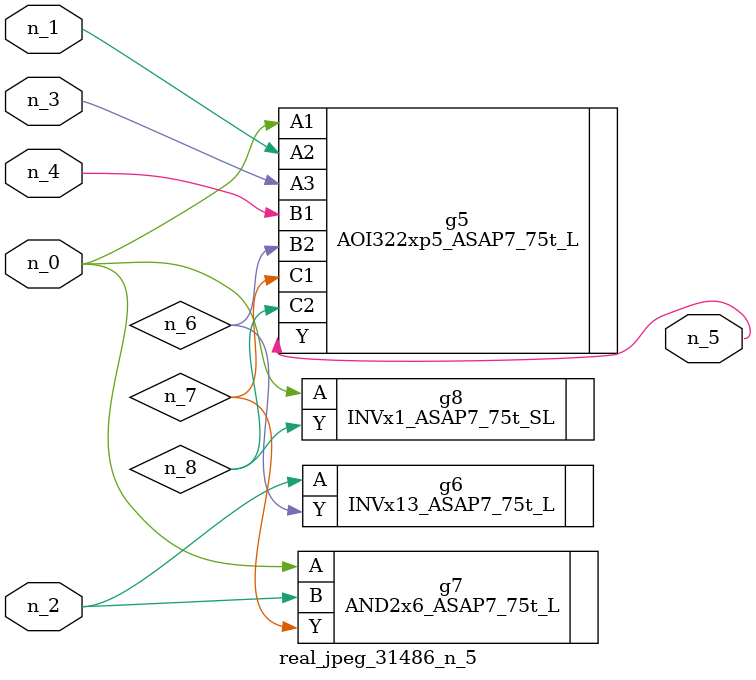
<source format=v>
module real_jpeg_31486_n_5 (n_4, n_0, n_1, n_2, n_3, n_5);

input n_4;
input n_0;
input n_1;
input n_2;
input n_3;

output n_5;

wire n_8;
wire n_6;
wire n_7;

AOI322xp5_ASAP7_75t_L g5 ( 
.A1(n_0),
.A2(n_1),
.A3(n_3),
.B1(n_4),
.B2(n_6),
.C1(n_7),
.C2(n_8),
.Y(n_5)
);

AND2x6_ASAP7_75t_L g7 ( 
.A(n_0),
.B(n_2),
.Y(n_7)
);

INVx1_ASAP7_75t_SL g8 ( 
.A(n_0),
.Y(n_8)
);

INVx13_ASAP7_75t_L g6 ( 
.A(n_2),
.Y(n_6)
);


endmodule
</source>
